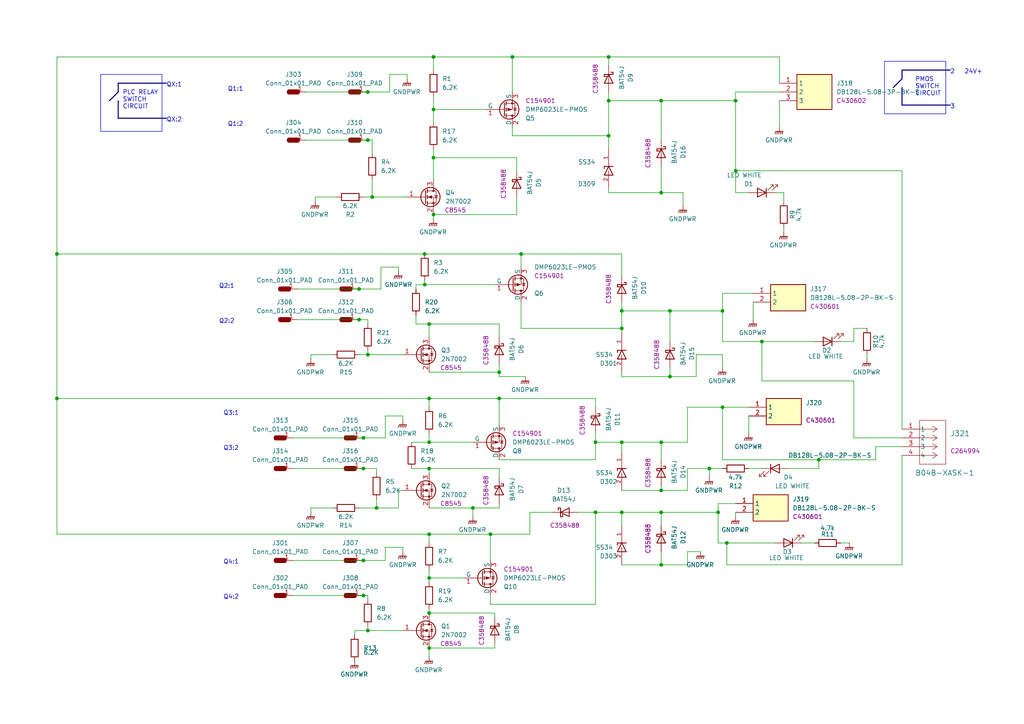
<source format=kicad_sch>
(kicad_sch (version 20230121) (generator eeschema)
  (paper "A4")
  (title_block (title "PLC OUTPUTS (P-MOS)") (rev "14.1.5") (company "Volodune LLC"))
  (lib_symbols
    (symbol "Device:LED" (pin_numbers hide) (pin_names (offset 1.016) hide)
      (property "Reference" "D" (at 0 2.54 0))
      (property "Value" "LED" (at 0 -2.54 0))
      (symbol "LED_1_1"
        (pin passive line (at -3.81 0 0) (length 2.54) (name "K") (number "1"))
        (pin passive line (at 3.81 0 180) (length 2.54) (name "A") (number "2"))
      )
    )
    (symbol "Device:R" (pin_numbers hide) (pin_names (offset 0))
      (property "Reference" "R" (at 2.032 0 90))
      (property "Value" "R" (at 0 0 90))
      (symbol "R_1_1"
        (pin passive line (at 0 3.81 270) (length 1.27) (name "~") (number "1"))
        (pin passive line (at 0 -3.81 90) (length 1.27) (name "~") (number "2"))
      )
    )
    (symbol "Diode:BAT54J" (pin_numbers hide) (pin_names (offset 1.016) hide)
      (property "Reference" "D" (at 0 2.54 0))
      (property "Value" "BAT54J" (at 0 -2.54 0))
      (symbol "BAT54J_1_1"
        (pin passive line (at -3.81 0 0) (length 2.54) (name "K") (number "1"))
        (pin passive line (at 3.81 0 180) (length 2.54) (name "A") (number "2"))
      )
    )
    (symbol "PCB_Library:1729128"
      (property "Reference" "J" (at 16.51 7.62 0))
      (property "Value" "XY128V-A-5.08-2P" (at 16.51 5.08 0))
      (property "LCSC" "C557665" (at 8.89 6.35 0))
      (symbol "1729128_1_1"
        (pin passive line (at 0 0 0) (length 5.08) (name "1") (number "1"))
        (pin passive line (at 0 -2.54 0) (length 5.08) (name "2") (number "2"))
      )
    )
    (symbol "PCB_Library:B04B-XASK-1" (pin_names (offset 0.254))
      (property "Reference" "J" (at 8.89 6.35 0))
      (property "Value" "B04B-XASK-1" (at 2.54 10.16 0))
      (property "LCSC" "C264994" (at -5.08 3.81 0))
      (symbol "B04B-XASK-1_1_1"
        (pin unspecified line (at 0 0 0) (length 5.08) (name "1") (number "1"))
        (pin unspecified line (at 0 -2.54 0) (length 5.08) (name "2") (number "2"))
        (pin unspecified line (at 0 -5.08 0) (length 5.08) (name "3") (number "3"))
        (pin unspecified line (at 0 -7.62 0) (length 5.08) (name "4") (number "4"))
      )
      (symbol "B04B-XASK-1_1_2"
        (pin unspecified line (at 0 0 0) (length 5.08) (name "1") (number "1"))
        (pin unspecified line (at 0 -2.54 0) (length 5.08) (name "2") (number "2"))
        (pin unspecified line (at 0 -5.08 0) (length 5.08) (name "3") (number "3"))
        (pin unspecified line (at 0 -7.62 0) (length 5.08) (name "4") (number "4"))
      )
    )
    (symbol "PCB_Library:Conn_01x01_PAD" (pin_names (offset 1.016) hide)
      (property "Reference" "J" (at 0 2.54 0))
      (property "Value" "Conn_01x01_PAD" (at 1.27 -3.81 0))
      (symbol "Conn_01x01_PAD_1_1"
        (pin passive line (at 5.08 0 180) (length 3.81) (name "Pin_1") (number "1"))
      )
    )
    (symbol "PCB_Library:DMP6023LE-PMOS" (pin_names (offset 0))
      (property "Reference" "Q" (at 5.08 1.27 0))
      (property "Value" "DMP6023LE-PMOS" (at 6.35 10.16 0))
      (property "LCSC" "C154901" (at -5.08 6.35 0))
      (symbol "DMP6023LE-PMOS_1_1"
        (pin input line (at -5.08 0 0) (length 2.54) (name "G") (number "1"))
        (pin passive line (at 2.54 5.08 270) (length 2.54) (name "D") (number "2"))
        (pin passive line (at 2.54 -5.08 90) (length 2.54) (name "S") (number "3"))
      )
    )
    (symbol "PCB_Library:SMBJ24A" (pin_names (offset 1.016))
      (property "Reference" "D" (at -5.0835 2.4159 0))
      (property "Value" "SMBJ24A" (at -5.0854 -4.9611 0))
      (symbol "SMBJ24A_1_0"
        (pin passive line (at -6.35 0 0) (length 5.08) (name "~") (number "1"))
        (pin passive line (at 5.08 0 180) (length 5.08) (name "~") (number "2"))
      )
    )
    (symbol "PCB_Library:XY128V-A-5.08-3P"
      (property "Reference" "J" (at 16.51 7.62 0))
      (property "Value" "XY128V-A-5.08-3P" (at 16.51 5.08 0))
      (property "LCSC" "C557666" (at 8.89 6.35 0))
      (symbol "XY128V-A-5.08-3P_1_1"
        (pin passive line (at 0 0 0) (length 5.08) (name "1") (number "1"))
        (pin passive line (at 0 -2.54 0) (length 5.08) (name "2") (number "2"))
        (pin passive line (at 0 -5.08 0) (length 5.08) (name "3") (number "3"))
      )
    )
    (symbol "Transistor_FET:2N7002" (pin_names hide)
      (property "Reference" "Q" (at 5.08 1.905 0))
      (property "Value" "2N7002" (at 5.08 0 0))
      (symbol "2N7002_1_1"
        (pin input line (at -5.08 0 0) (length 2.54) (name "G") (number "1"))
        (pin passive line (at 2.54 -5.08 90) (length 2.54) (name "S") (number "2"))
        (pin passive line (at 2.54 5.08 270) (length 2.54) (name "D") (number "3"))
      )
    )
    (symbol "power:GNDPWR" (power) (pin_names (offset 0))
      (property "Value" "GNDPWR" (at 0 -3.302 0))
      (symbol "GNDPWR_1_1"
        (pin power_in line (at 0 0 270) (length 0) hide (name "GNDPWR") (number "1"))
      )
    )
  )
  (junction (at 151.13 73.66))
  (junction (at 144.78 107.95))
  (junction (at 106.68 102.87))
  (junction (at 220.98 99.06))
  (junction (at 124.46 128.27))
  (junction (at 124.46 93.98))
  (junction (at 142.24 154.94))
  (junction (at 191.77 163.83))
  (junction (at 191.77 29.21))
  (junction (at 125.73 62.23))
  (junction (at 106.68 182.88))
  (junction (at 125.73 31.75))
  (junction (at 125.73 16.51))
  (junction (at 191.77 142.24))
  (junction (at 124.46 177.8))
  (junction (at 213.36 49.53))
  (junction (at 237.49 133.35))
  (junction (at 172.72 148.59))
  (junction (at 124.46 135.89))
  (junction (at 176.53 16.51))
  (junction (at 144.78 115.57))
  (junction (at 125.73 45.72))
  (junction (at 209.55 118.11))
  (junction (at 176.53 39.37))
  (junction (at 191.77 55.88))
  (junction (at 194.31 109.22))
  (junction (at 123.19 73.66))
  (junction (at 107.95 57.15))
  (junction (at 191.77 128.27))
  (junction (at 172.72 128.27))
  (junction (at 123.19 82.55))
  (junction (at 106.68 26.67))
  (junction (at 104.14 92.71))
  (junction (at 209.55 90.17))
  (junction (at 16.51 73.66))
  (junction (at 210.82 157.48))
  (junction (at 208.28 148.59))
  (junction (at 16.51 115.57))
  (junction (at 180.34 128.27))
  (junction (at 124.46 187.96))
  (junction (at 105.41 127))
  (junction (at 124.46 167.64))
  (junction (at 213.36 29.21))
  (junction (at 105.41 162.56))
  (junction (at 104.14 83.82))
  (junction (at 109.22 147.32))
  (junction (at 180.34 148.59))
  (junction (at 148.59 16.51))
  (junction (at 180.34 95.25))
  (junction (at 124.46 115.57))
  (junction (at 191.77 148.59))
  (junction (at 194.31 90.17))
  (junction (at 105.41 135.89))
  (junction (at 205.74 135.89))
  (junction (at 137.16 147.32))
  (junction (at 180.34 90.17))
  (junction (at 105.41 172.72))
  (junction (at 124.46 154.94))
  (junction (at 176.53 29.21))
  (junction (at 106.68 40.64))
  (wire (pts (xy 124.46 115.57) (xy 124.46 118.11)))
  (wire (pts (xy 120.65 82.55) (xy 123.19 82.55)))
  (wire (pts (xy 199.39 118.11) (xy 209.55 118.11)))
  (wire (pts (xy 209.55 85.09) (xy 209.55 90.17)))
  (bus (pts (xy 261.62 25.4) (xy 261.62 30.48)))
  (wire (pts (xy 125.73 31.75) (xy 125.73 35.56)))
  (wire (pts (xy 90.17 102.87) (xy 96.52 102.87)))
  (wire (pts (xy 191.77 128.27) (xy 191.77 133.35)))
  (wire (pts (xy 119.38 128.27) (xy 124.46 128.27)))
  (wire (pts (xy 124.46 125.73) (xy 124.46 128.27)))
  (wire (pts (xy 124.46 154.94) (xy 142.24 154.94)))
  (wire (pts (xy 198.12 55.88) (xy 191.77 55.88)))
  (wire (pts (xy 124.46 190.5) (xy 124.46 187.96)))
  (wire (pts (xy 172.72 125.73) (xy 172.72 128.27)))
  (bus (pts (xy 34.29 24.13) (xy 34.29 26.67)))
  (wire (pts (xy 247.65 99.06) (xy 247.65 95.25)))
  (wire (pts (xy 106.68 182.88) (xy 106.68 181.61)))
  (wire (pts (xy 237.49 133.35) (xy 237.49 135.89)))
  (wire (pts (xy 106.68 26.67) (xy 113.03 26.67)))
  (wire (pts (xy 120.65 91.44) (xy 120.65 93.98)))
  (wire (pts (xy 111.76 158.75) (xy 116.84 158.75)))
  (wire (pts (xy 106.68 101.6) (xy 106.68 102.87)))
  (wire (pts (xy 191.77 48.26) (xy 191.77 55.88)))
  (wire (pts (xy 209.55 102.87) (xy 209.55 106.68)))
  (wire (pts (xy 172.72 148.59) (xy 180.34 148.59)))
  (wire (pts (xy 153.67 148.59) (xy 153.67 154.94)))
  (wire (pts (xy 125.73 31.75) (xy 140.97 31.75)))
  (wire (pts (xy 143.51 177.8) (xy 143.51 179.07)))
  (wire (pts (xy 110.49 77.47) (xy 110.49 83.82)))
  (wire (pts (xy 124.46 115.57) (xy 144.78 115.57)))
  (wire (pts (xy 102.87 182.88) (xy 106.68 182.88)))
  (wire (pts (xy 86.36 83.82) (xy 104.14 83.82)))
  (wire (pts (xy 107.95 40.64) (xy 107.95 44.45)))
  (wire (pts (xy 90.17 147.32) (xy 96.52 147.32)))
  (bus (pts (xy 261.62 20.32) (xy 261.62 22.86)))
  (wire (pts (xy 191.77 148.59) (xy 191.77 152.4)))
  (wire (pts (xy 224.79 55.88) (xy 227.33 55.88)))
  (wire (pts (xy 180.34 73.66) (xy 180.34 80.01)))
  (wire (pts (xy 149.86 57.15) (xy 149.86 62.23)))
  (wire (pts (xy 213.36 148.59) (xy 213.36 149.86)))
  (wire (pts (xy 176.53 54.61) (xy 176.53 55.88)))
  (wire (pts (xy 125.73 62.23) (xy 125.73 63.5)))
  (wire (pts (xy 167.64 148.59) (xy 172.72 148.59)))
  (wire (pts (xy 201.93 102.87) (xy 201.93 109.22)))
  (wire (pts (xy 191.77 163.83) (xy 199.39 163.83)))
  (wire (pts (xy 88.9 26.67) (xy 106.68 26.67)))
  (wire (pts (xy 151.13 73.66) (xy 180.34 73.66)))
  (wire (pts (xy 109.22 144.78) (xy 109.22 147.32)))
  (wire (pts (xy 144.78 93.98) (xy 144.78 97.79)))
  (wire (pts (xy 180.34 148.59) (xy 191.77 148.59)))
  (wire (pts (xy 144.78 105.41) (xy 144.78 107.95)))
  (wire (pts (xy 205.74 135.89) (xy 209.55 135.89)))
  (wire (pts (xy 106.68 173.99) (xy 106.68 172.72)))
  (wire (pts (xy 203.2 160.02) (xy 199.39 160.02)))
  (wire (pts (xy 237.49 133.35) (xy 254 133.35)))
  (wire (pts (xy 91.44 57.15) (xy 97.79 57.15)))
  (wire (pts (xy 180.34 109.22) (xy 180.34 107.95)))
  (wire (pts (xy 144.78 146.05) (xy 144.78 147.32)))
  (wire (pts (xy 142.24 154.94) (xy 142.24 162.56)))
  (wire (pts (xy 125.73 43.18) (xy 125.73 45.72)))
  (wire (pts (xy 144.78 133.35) (xy 172.72 133.35)))
  (wire (pts (xy 124.46 187.96) (xy 143.51 187.96)))
  (wire (pts (xy 90.17 102.87) (xy 90.17 104.14)))
  (wire (pts (xy 16.51 154.94) (xy 124.46 154.94)))
  (wire (pts (xy 180.34 163.83) (xy 191.77 163.83)))
  (wire (pts (xy 106.68 182.88) (xy 116.84 182.88)))
  (wire (pts (xy 151.13 95.25) (xy 180.34 95.25)))
  (wire (pts (xy 209.55 90.17) (xy 209.55 99.06)))
  (wire (pts (xy 153.67 148.59) (xy 160.02 148.59)))
  (wire (pts (xy 106.68 172.72) (xy 105.41 172.72)))
  (wire (pts (xy 180.34 152.4) (xy 180.34 148.59)))
  (wire (pts (xy 124.46 167.64) (xy 134.62 167.64)))
  (wire (pts (xy 144.78 115.57) (xy 172.72 115.57)))
  (wire (pts (xy 124.46 107.95) (xy 144.78 107.95)))
  (bus (pts (xy 275.59 20.32) (xy 261.62 20.32)))
  (wire (pts (xy 180.34 90.17) (xy 194.31 90.17)))
  (wire (pts (xy 124.46 93.98) (xy 144.78 93.98)))
  (wire (pts (xy 208.28 148.59) (xy 208.28 157.48)))
  (wire (pts (xy 124.46 165.1) (xy 124.46 167.64)))
  (wire (pts (xy 176.53 29.21) (xy 191.77 29.21)))
  (wire (pts (xy 213.36 55.88) (xy 217.17 55.88)))
  (wire (pts (xy 116.84 142.24) (xy 115.57 142.24)))
  (bus (pts (xy 34.29 34.29) (xy 48.26 34.29)))
  (wire (pts (xy 213.36 29.21) (xy 213.36 49.53)))
  (wire (pts (xy 125.73 16.51) (xy 125.73 20.32)))
  (wire (pts (xy 125.73 27.94) (xy 125.73 31.75)))
  (wire (pts (xy 116.84 120.65) (xy 116.84 121.92)))
  (wire (pts (xy 148.59 39.37) (xy 176.53 39.37)))
  (wire (pts (xy 144.78 135.89) (xy 144.78 138.43)))
  (wire (pts (xy 105.41 57.15) (xy 107.95 57.15)))
  (wire (pts (xy 180.34 128.27) (xy 180.34 130.81)))
  (wire (pts (xy 213.36 26.67) (xy 226.06 26.67)))
  (wire (pts (xy 110.49 77.47) (xy 115.57 77.47)))
  (wire (pts (xy 102.87 184.15) (xy 102.87 182.88)))
  (wire (pts (xy 143.51 186.69) (xy 143.51 187.96)))
  (wire (pts (xy 105.41 127) (xy 111.76 127)))
  (bus (pts (xy 31.75 29.21) (xy 34.29 26.67)))
  (wire (pts (xy 106.68 40.64) (xy 107.95 40.64)))
  (wire (pts (xy 199.39 135.89) (xy 199.39 142.24)))
  (wire (pts (xy 142.24 175.26) (xy 172.72 175.26)))
  (wire (pts (xy 180.34 128.27) (xy 191.77 128.27)))
  (bus (pts (xy 48.26 24.13) (xy 34.29 24.13)))
  (wire (pts (xy 124.46 176.53) (xy 124.46 177.8)))
  (wire (pts (xy 109.22 147.32) (xy 115.57 147.32)))
  (wire (pts (xy 180.34 142.24) (xy 191.77 142.24)))
  (wire (pts (xy 226.06 29.21) (xy 226.06 36.83)))
  (wire (pts (xy 120.65 93.98) (xy 124.46 93.98)))
  (wire (pts (xy 91.44 57.15) (xy 91.44 58.42)))
  (wire (pts (xy 107.95 52.07) (xy 107.95 57.15)))
  (wire (pts (xy 125.73 45.72) (xy 125.73 52.07)))
  (wire (pts (xy 176.53 16.51) (xy 176.53 19.05)))
  (wire (pts (xy 85.09 127) (xy 105.41 127)))
  (wire (pts (xy 104.14 147.32) (xy 109.22 147.32)))
  (bus (pts (xy 34.29 29.21) (xy 34.29 34.29)))
  (wire (pts (xy 210.82 157.48) (xy 224.79 157.48)))
  (wire (pts (xy 180.34 90.17) (xy 180.34 95.25)))
  (wire (pts (xy 111.76 120.65) (xy 116.84 120.65)))
  (wire (pts (xy 106.68 92.71) (xy 106.68 93.98)))
  (wire (pts (xy 191.77 128.27) (xy 199.39 128.27)))
  (wire (pts (xy 124.46 168.91) (xy 124.46 167.64)))
  (wire (pts (xy 123.19 73.66) (xy 151.13 73.66)))
  (wire (pts (xy 16.51 73.66) (xy 16.51 115.57)))
  (wire (pts (xy 125.73 62.23) (xy 149.86 62.23)))
  (wire (pts (xy 16.51 73.66) (xy 123.19 73.66)))
  (wire (pts (xy 194.31 106.68) (xy 194.31 109.22)))
  (wire (pts (xy 199.39 128.27) (xy 199.39 118.11)))
  (wire (pts (xy 217.17 120.65) (xy 217.17 125.73)))
  (wire (pts (xy 227.33 55.88) (xy 227.33 58.42)))
  (wire (pts (xy 148.59 36.83) (xy 148.59 39.37)))
  (wire (pts (xy 213.36 49.53) (xy 261.62 49.53)))
  (wire (pts (xy 176.53 55.88) (xy 191.77 55.88)))
  (wire (pts (xy 123.19 82.55) (xy 143.51 82.55)))
  (wire (pts (xy 115.57 142.24) (xy 115.57 147.32)))
  (wire (pts (xy 124.46 93.98) (xy 124.46 97.79)))
  (wire (pts (xy 199.39 135.89) (xy 205.74 135.89)))
  (wire (pts (xy 116.84 158.75) (xy 116.84 160.02)))
  (wire (pts (xy 176.53 29.21) (xy 176.53 39.37)))
  (wire (pts (xy 198.12 55.88) (xy 198.12 59.69)))
  (wire (pts (xy 213.36 26.67) (xy 213.36 29.21)))
  (wire (pts (xy 194.31 90.17) (xy 194.31 99.06)))
  (wire (pts (xy 172.72 115.57) (xy 172.72 118.11)))
  (wire (pts (xy 180.34 95.25) (xy 180.34 96.52)))
  (wire (pts (xy 201.93 102.87) (xy 209.55 102.87)))
  (wire (pts (xy 232.41 157.48) (xy 236.22 157.48)))
  (wire (pts (xy 124.46 154.94) (xy 124.46 157.48)))
  (wire (pts (xy 227.33 66.04) (xy 227.33 67.31)))
  (wire (pts (xy 137.16 147.32) (xy 137.16 149.86)))
  (wire (pts (xy 172.72 128.27) (xy 180.34 128.27)))
  (wire (pts (xy 180.34 87.63) (xy 180.34 90.17)))
  (wire (pts (xy 125.73 45.72) (xy 149.86 45.72)))
  (wire (pts (xy 151.13 87.63) (xy 151.13 95.25)))
  (wire (pts (xy 210.82 163.83) (xy 261.62 163.83)))
  (wire (pts (xy 176.53 39.37) (xy 176.53 43.18)))
  (wire (pts (xy 194.31 109.22) (xy 201.93 109.22)))
  (wire (pts (xy 148.59 16.51) (xy 148.59 26.67)))
  (wire (pts (xy 172.72 128.27) (xy 172.72 133.35)))
  (wire (pts (xy 148.59 16.51) (xy 176.53 16.51)))
  (wire (pts (xy 124.46 135.89) (xy 144.78 135.89)))
  (wire (pts (xy 209.55 118.11) (xy 217.17 118.11)))
  (wire (pts (xy 124.46 128.27) (xy 137.16 128.27)))
  (wire (pts (xy 208.28 146.05) (xy 208.28 148.59)))
  (wire (pts (xy 86.36 92.71) (xy 104.14 92.71)))
  (wire (pts (xy 105.41 162.56) (xy 111.76 162.56)))
  (wire (pts (xy 247.65 110.49) (xy 247.65 127)))
  (wire (pts (xy 85.09 162.56) (xy 105.41 162.56)))
  (wire (pts (xy 125.73 16.51) (xy 148.59 16.51)))
  (wire (pts (xy 247.65 95.25) (xy 251.46 95.25)))
  (wire (pts (xy 111.76 120.65) (xy 111.76 127)))
  (wire (pts (xy 205.74 138.43) (xy 205.74 135.89)))
  (wire (pts (xy 237.49 135.89) (xy 228.6 135.89)))
  (wire (pts (xy 16.51 115.57) (xy 16.51 154.94)))
  (wire (pts (xy 124.46 135.89) (xy 124.46 137.16)))
  (wire (pts (xy 109.22 137.16) (xy 109.22 135.89)))
  (wire (pts (xy 172.72 148.59) (xy 172.72 175.26)))
  (wire (pts (xy 176.53 26.67) (xy 176.53 29.21)))
  (wire (pts (xy 191.77 29.21) (xy 191.77 40.64)))
  (wire (pts (xy 199.39 160.02) (xy 199.39 163.83)))
  (wire (pts (xy 16.51 115.57) (xy 124.46 115.57)))
  (wire (pts (xy 220.98 110.49) (xy 247.65 110.49)))
  (wire (pts (xy 119.38 135.89) (xy 124.46 135.89)))
  (wire (pts (xy 123.19 81.28) (xy 123.19 82.55)))
  (wire (pts (xy 90.17 147.32) (xy 90.17 148.59)))
  (wire (pts (xy 191.77 142.24) (xy 199.39 142.24)))
  (bus (pts (xy 259.08 25.4) (xy 261.62 22.86)))
  (wire (pts (xy 208.28 146.05) (xy 213.36 146.05)))
  (wire (pts (xy 208.28 157.48) (xy 210.82 157.48)))
  (wire (pts (xy 243.84 157.48) (xy 246.38 157.48)))
  (wire (pts (xy 191.77 148.59) (xy 208.28 148.59)))
  (wire (pts (xy 144.78 109.22) (xy 144.78 107.95)))
  (wire (pts (xy 261.62 132.08) (xy 261.62 163.83)))
  (wire (pts (xy 152.4 109.22) (xy 144.78 109.22)))
  (wire (pts (xy 226.06 16.51) (xy 226.06 24.13)))
  (wire (pts (xy 16.51 16.51) (xy 125.73 16.51)))
  (wire (pts (xy 191.77 29.21) (xy 213.36 29.21)))
  (wire (pts (xy 254 129.54) (xy 254 133.35)))
  (wire (pts (xy 109.22 135.89) (xy 105.41 135.89)))
  (wire (pts (xy 85.09 172.72) (xy 105.41 172.72)))
  (wire (pts (xy 104.14 102.87) (xy 106.68 102.87)))
  (wire (pts (xy 220.98 99.06) (xy 236.22 99.06)))
  (wire (pts (xy 213.36 49.53) (xy 213.36 55.88)))
  (wire (pts (xy 149.86 45.72) (xy 149.86 49.53)))
  (wire (pts (xy 209.55 99.06) (xy 220.98 99.06)))
  (wire (pts (xy 218.44 87.63) (xy 218.44 92.71)))
  (wire (pts (xy 142.24 154.94) (xy 153.67 154.94)))
  (wire (pts (xy 107.95 57.15) (xy 118.11 57.15)))
  (wire (pts (xy 176.53 16.51) (xy 226.06 16.51)))
  (wire (pts (xy 220.98 135.89) (xy 217.17 135.89)))
  (wire (pts (xy 124.46 177.8) (xy 143.51 177.8)))
  (wire (pts (xy 144.78 115.57) (xy 144.78 123.19)))
  (wire (pts (xy 220.98 99.06) (xy 220.98 110.49)))
  (wire (pts (xy 118.11 21.59) (xy 118.11 22.86)))
  (wire (pts (xy 209.55 85.09) (xy 218.44 85.09)))
  (wire (pts (xy 209.55 118.11) (xy 209.55 133.35)))
  (wire (pts (xy 251.46 102.87) (xy 251.46 104.14)))
  (wire (pts (xy 85.09 135.89) (xy 105.41 135.89)))
  (wire (pts (xy 115.57 77.47) (xy 115.57 78.74)))
  (wire (pts (xy 113.03 21.59) (xy 118.11 21.59)))
  (wire (pts (xy 104.14 83.82) (xy 110.49 83.82)))
  (wire (pts (xy 137.16 147.32) (xy 124.46 147.32)))
  (wire (pts (xy 243.84 99.06) (xy 247.65 99.06)))
  (wire (pts (xy 16.51 16.51) (xy 16.51 73.66)))
  (wire (pts (xy 142.24 172.72) (xy 142.24 175.26)))
  (bus (pts (xy 261.62 30.48) (xy 275.59 30.48)))
  (wire (pts (xy 247.65 127) (xy 261.62 127)))
  (wire (pts (xy 120.65 82.55) (xy 120.65 83.82)))
  (wire (pts (xy 191.77 160.02) (xy 191.77 163.83)))
  (wire (pts (xy 194.31 90.17) (xy 209.55 90.17)))
  (wire (pts (xy 113.03 21.59) (xy 113.03 26.67)))
  (wire (pts (xy 254 129.54) (xy 261.62 129.54)))
  (wire (pts (xy 88.9 40.64) (xy 106.68 40.64)))
  (wire (pts (xy 180.34 109.22) (xy 194.31 109.22)))
  (wire (pts (xy 111.76 158.75) (xy 111.76 162.56)))
  (wire (pts (xy 209.55 133.35) (xy 237.49 133.35)))
  (wire (pts (xy 191.77 140.97) (xy 191.77 142.24)))
  (wire (pts (xy 106.68 102.87) (xy 116.84 102.87)))
  (wire (pts (xy 151.13 73.66) (xy 151.13 77.47)))
  (wire (pts (xy 261.62 49.53) (xy 261.62 124.46)))
  (wire (pts (xy 210.82 157.48) (xy 210.82 163.83)))
  (wire (pts (xy 137.16 147.32) (xy 144.78 147.32)))
  (wire (pts (xy 104.14 92.71) (xy 106.68 92.71)))
  (rectangle (start 29.21 21.59) (end 46.99 38.1))
  (rectangle (start 256.54 17.78) (end 274.32 33.02))
  (text "Q4:1" (at 64.77 163.83 0) (effects (font (size 1.27 1.27)) (justify left bottom)))
  (text "Q4:2" (at 64.77 173.99 0) (effects (font (size 1.27 1.27)) (justify left bottom)))
  (text "Q3:1" (at 64.77 120.65 0) (effects (font (size 1.27 1.27)) (justify left bottom)))
  (text "2   24V+\n" (at 275.59 21.59 0) (effects (font (size 1.27 1.27)) (justify left bottom)))
  (text "PMOS\nSWITCH\nCIRCUIT" (at 265.43 27.94 0) (effects (font (size 1.27 1.27)) (justify left bottom)))
  (text "QX:2" (at 48.26 35.56 0) (effects (font (size 1.27 1.27)) (justify left bottom)))
  (text "PLC RELAY\nSWITCH\nCIRCUIT" (at 35.56 31.75 0) (effects (font (size 1.27 1.27)) (justify left bottom)))
  (text "3\n" (at 275.59 31.75 0) (effects (font (size 1.27 1.27)) (justify left bottom)))
  (text "Q2:1" (at 63.5 83.82 0) (effects (font (size 1.27 1.27)) (justify left bottom)))
  (text "Q1:2" (at 66.04 36.83 0) (effects (font (size 1.27 1.27)) (justify left bottom)))
  (text "Q2:2" (at 63.5 93.98 0) (effects (font (size 1.27 1.27)) (justify left bottom)))
  (text "Q3:2" (at 64.77 130.81 0) (effects (font (size 1.27 1.27)) (justify left bottom)))
  (text "QX:1" (at 48.26 25.4 0) (effects (font (size 1.27 1.27)) (justify left bottom)))
  (text "Q1:1" (at 66.04 26.67 0) (effects (font (size 1.27 1.27)) (justify left bottom)))
  (symbol (lib_id "PCB_Library:Conn_01x01_PAD") (at 80.01 172.72 0) (unit 1)
    (property "Reference" "J302" (at 81.28 167.64 0))
    (property "Value" "Conn_01x01_PAD" (at 81.28 170.18 0))
    (property "Footprint" "PCB_Library:Conn_pin_PLC" (effects hide))
  )
  (symbol (lib_id "PCB_Library:Conn_01x01_PAD") (at 100.33 127 0) (unit 1)
    (property "Reference" "J315" (at 101.6 121.92 0))
    (property "Value" "Conn_01x01_PAD" (at 101.6 124.46 0))
    (property "Footprint" "PCB_Library:Conn_pin_PLC" (effects hide))
  )
  (symbol (lib_id "Diode:BAT54J") (at 176.53 22.86 270) (unit 1)
    (property "Reference" "D9" (at 182.88 22.5425 0))
    (property "Value" "BAT54J" (at 180.34 22.5425 0))
    (property "Footprint" "Diode_SMD:D_SOD-323F" (effects hide))
    (property "Datasheet" "https://jlcpcb.com/partdetail/Foshan_Blue_RocketElec-BAT54J/C358488" (effects hide))
    (property "LCSC" "C358488" (at 172.72 22.86 0))
  )
  (symbol (lib_id "PCB_Library:DMP6023LE-PMOS") (at 142.24 128.27 0) (mirror x) (unit 1)
    (property "Reference" "Q8" (at 148.59 130.81 0) (effects (justify left)))
    (property "Value" "DMP6023LE-PMOS" (at 148.59 128.27 0) (effects (justify left)))
    (property "Footprint" "PCB_Library:SOT-223 DMP6023LE" (effects hide))
    (property "Datasheet" "https://ngspice.sourceforge.io/docs/ngspice-html-manual/manual.xhtml#cha_MOSFETs" (effects hide))
    (property "Sim.Device" "PMOS" (effects hide))
    (property "Sim.Type" "VDMOS" (effects hide))
    (property "Sim.Pins" "1=D 2=G 3=S" (effects hide))
    (property "LCSC" "C154901" (at 148.59 125.73 0) (effects (justify left)))
  )
  (symbol (lib_id "power:GNDPWR") (at 137.16 149.86 0) (unit 1)
    (property "Reference" "#PWR012" (effects hide))
    (property "Value" "GNDPWR" (at 137.033 153.67 0))
  )
  (symbol (lib_id "PCB_Library:XY128V-A-5.08-3P") (at 226.06 24.13 0) (unit 1)
    (property "Reference" "J318" (at 242.57 24.13 0) (effects (justify left)))
    (property "Value" "DB128L-5.08-3P-BK-S" (at 242.57 26.67 0) (effects (justify left)))
    (property "Footprint" "PCB_Library:XY128V-A-5.08-3P" (effects hide))
    (property "Datasheet" "https://jlcpcb.com/partdetail/Dorabo-DB128L_5_08_3P_BKS/C430602" (effects hide))
    (property "Height" "10.15" (effects hide))
    (property "LCSC" "C430602" (at 242.57 29.21 0) (effects (justify left)))
  )
  (symbol (lib_id "power:GNDPWR") (at 152.4 109.22 0) (unit 1)
    (property "Reference" "#PWR014" (effects hide))
    (property "Value" "GNDPWR" (at 152.273 113.03 0))
  )
  (symbol (lib_id "Device:LED") (at 228.6 157.48 180) (unit 1)
    (property "Reference" "D3" (at 228.346 160.02 0))
    (property "Value" "LED WHITE" (at 228.092 161.798 0))
    (property "Footprint" "LED_SMD:LED_0603_1608Metric" (effects hide))
    (property "Datasheet" "https://datasheet.lcsc.com/lcsc/1809041711_Hubei-KENTO-Elec-C2290_C2290.pdf" (effects hide))
    (property "LCSC" "C2290" (effects hide))
    (property "MAX_TEMP" "85 C" (effects hide))
  )
  (symbol (lib_id "PCB_Library:Conn_01x01_PAD") (at 100.33 135.89 0) (unit 1)
    (property "Reference" "J316" (at 101.6 130.81 0))
    (property "Value" "Conn_01x01_PAD" (at 101.6 133.35 0))
    (property "Footprint" "PCB_Library:Conn_pin_PLC" (effects hide))
  )
  (symbol (lib_id "PCB_Library:Conn_01x01_PAD") (at 83.82 26.67 0) (unit 1)
    (property "Reference" "J303" (at 85.09 21.59 0))
    (property "Value" "Conn_01x01_PAD" (at 85.09 24.13 0))
    (property "Footprint" "PCB_Library:Conn_pin_PLC" (effects hide))
  )
  (symbol (lib_id "Diode:BAT54J") (at 180.34 83.82 270) (unit 1)
    (property "Reference" "D10" (at 186.69 83.5025 0))
    (property "Value" "BAT54J" (at 184.15 83.5025 0))
    (property "Footprint" "Diode_SMD:D_SOD-323F" (effects hide))
    (property "Datasheet" "https://jlcpcb.com/partdetail/Foshan_Blue_RocketElec-BAT54J/C358488" (effects hide))
    (property "LCSC" "C358488" (at 176.53 83.82 0))
  )
  (symbol (lib_id "PCB_Library:Conn_01x01_PAD") (at 101.6 40.64 0) (unit 1)
    (property "Reference" "J310" (at 102.87 35.56 0))
    (property "Value" "Conn_01x01_PAD" (at 102.87 38.1 0))
    (property "Footprint" "PCB_Library:Conn_pin_PLC" (effects hide))
  )
  (symbol (lib_id "power:GNDPWR") (at 118.11 22.86 0) (unit 1)
    (property "Reference" "#PWR01" (effects hide))
    (property "Value" "GNDPWR" (at 117.983 26.67 0))
  )
  (symbol (lib_id "PCB_Library:Conn_01x01_PAD") (at 101.6 26.67 0) (unit 1)
    (property "Reference" "J309" (at 102.87 21.59 0))
    (property "Value" "Conn_01x01_PAD" (at 102.87 24.13 0))
    (property "Footprint" "PCB_Library:Conn_pin_PLC" (effects hide))
  )
  (symbol (lib_id "Diode:BAT54J") (at 144.78 101.6 270) (unit 1)
    (property "Reference" "D6" (at 151.13 101.2825 0))
    (property "Value" "BAT54J" (at 148.59 101.2825 0))
    (property "Footprint" "Diode_SMD:D_SOD-323F" (effects hide))
    (property "Datasheet" "https://jlcpcb.com/partdetail/Foshan_Blue_RocketElec-BAT54J/C358488" (effects hide))
    (property "LCSC" "C358488" (at 140.97 101.6 0))
  )
  (symbol (lib_id "Device:R") (at 227.33 62.23 180) (unit 1)
    (property "Reference" "R9" (at 229.87 62.23 90))
    (property "Value" "4.7k" (at 231.648 62.23 90))
    (property "Footprint" "Resistor_SMD:R_0603_1608Metric" (effects hide))
    (property "Datasheet" "https://datasheet.lcsc.com/lcsc/2206010145_UNI-ROYAL-Uniroyal-Elec-1206W4F4701T5E_C17936.pdf" (effects hide))
    (property "LCSC" "C88615" (effects hide))
    (property "MAX_TEMP" "125 C" (effects hide))
  )
  (symbol (lib_id "power:GNDPWR") (at 90.17 148.59 0) (unit 1)
    (property "Reference" "#PWR011" (effects hide))
    (property "Value" "GNDPWR" (at 90.043 152.4 0))
  )
  (symbol (lib_id "power:GNDPWR") (at 116.84 160.02 0) (unit 1)
    (property "Reference" "#PWR04" (effects hide))
    (property "Value" "GNDPWR" (at 116.84 163.83 0))
  )
  (symbol (lib_id "Device:R") (at 119.38 132.08 0) (unit 1)
    (property "Reference" "R18" (at 121.92 130.81 0) (effects (justify left)))
    (property "Value" "6.2K" (at 121.92 133.35 0) (effects (justify left)))
    (property "Footprint" "Resistor_SMD:R_0603_1608Metric" (effects hide))
    (property "Datasheet" "https://jlcpcb.com/partdetail/4667-0603WAF6201T5E/C4260" (effects hide))
    (property "LCSC" "C4260" (effects hide))
    (property "MAX_TEMP" "155 C" (effects hide))
  )
  (symbol (lib_id "power:GNDPWR") (at 218.44 92.71 0) (unit 1)
    (property "Reference" "#PWR019" (effects hide))
    (property "Value" "GNDPWR" (at 218.313 96.52 0))
  )
  (symbol (lib_id "PCB_Library:Conn_01x01_PAD") (at 81.28 92.71 0) (unit 1)
    (property "Reference" "J306" (at 82.55 87.63 0))
    (property "Value" "Conn_01x01_PAD" (at 82.55 90.17 0))
    (property "Footprint" "PCB_Library:Conn_pin_PLC" (effects hide))
  )
  (symbol (lib_id "Device:R") (at 109.22 140.97 0) (unit 1)
    (property "Reference" "R5" (at 111.76 139.7 0) (effects (justify left)))
    (property "Value" "6.2K" (at 111.76 142.24 0) (effects (justify left)))
    (property "Footprint" "Resistor_SMD:R_0603_1608Metric" (effects hide))
    (property "Datasheet" "https://jlcpcb.com/partdetail/4667-0603WAF6201T5E/C4260" (effects hide))
    (property "LCSC" "C4260" (effects hide))
    (property "MAX_TEMP" "155 C" (effects hide))
  )
  (symbol (lib_id "PCB_Library:Conn_01x01_PAD") (at 80.01 162.56 0) (unit 1)
    (property "Reference" "J301" (at 81.28 157.48 0))
    (property "Value" "Conn_01x01_PAD" (at 81.28 160.02 0))
    (property "Footprint" "PCB_Library:Conn_pin_PLC" (effects hide))
  )
  (symbol (lib_id "Device:LED") (at 220.98 55.88 180) (unit 1)
    (property "Reference" "D1" (at 217.17 53.34 0))
    (property "Value" "LED WHITE" (at 215.9 50.8 0))
    (property "Footprint" "LED_SMD:LED_0603_1608Metric" (effects hide))
    (property "Datasheet" "https://datasheet.lcsc.com/lcsc/1809041711_Hubei-KENTO-Elec-C2290_C2290.pdf" (effects hide))
    (property "LCSC" "C2290" (effects hide))
    (property "MAX_TEMP" "85 C" (effects hide))
  )
  (symbol (lib_id "power:GNDPWR") (at 209.55 106.68 0) (unit 1)
    (property "Reference" "#PWR05" (effects hide))
    (property "Value" "GNDPWR" (at 209.423 110.49 0))
  )
  (symbol (lib_id "power:GNDPWR") (at 102.87 191.77 0) (unit 1)
    (property "Reference" "#PWR010" (effects hide))
    (property "Value" "GNDPWR" (at 102.743 195.58 0))
  )
  (symbol (lib_id "PCB_Library:SMBJ24A") (at 176.53 49.53 270) (unit 1)
    (property "Reference" "D309" (at 172.72 53.34 90) (effects (justify right)))
    (property "Value" "SS34" (at 172.72 46.99 90) (effects (justify right)))
    (property "Footprint" "Diode_SMD:D_SMA" (effects hide))
    (property "Datasheet" "https://jlcpcb.com/partdetail/mdd_microdiode_semiconductor-SS34/C8678" (effects hide))
    (property "STANDARD" "IPC-7351B" (effects hide))
    (property "LCSC" "C8678" (effects hide))
  )
  (symbol (lib_id "power:GNDPWR") (at 124.46 190.5 0) (unit 1)
    (property "Reference" "#PWR09" (effects hide))
    (property "Value" "GNDPWR" (at 124.333 194.31 0))
  )
  (symbol (lib_id "Device:R") (at 102.87 187.96 0) (unit 1)
    (property "Reference" "R13" (at 105.41 187.96 0) (effects (justify left)))
    (property "Value" "6.2K" (at 105.41 189.23 0) (effects (justify left)))
    (property "Footprint" "Resistor_SMD:R_0603_1608Metric" (effects hide))
    (property "Datasheet" "https://jlcpcb.com/partdetail/4667-0603WAF6201T5E/C4260" (effects hide))
    (property "LCSC" "C4260" (effects hide))
    (property "MAX_TEMP" "155 C" (effects hide))
  )
  (symbol (lib_id "PCB_Library:Conn_01x01_PAD") (at 81.28 83.82 0) (unit 1)
    (property "Reference" "J305" (at 82.55 78.74 0))
    (property "Value" "Conn_01x01_PAD" (at 82.55 81.28 0))
    (property "Footprint" "PCB_Library:Conn_pin_PLC" (effects hide))
  )
  (symbol (lib_id "Device:R") (at 213.36 135.89 270) (unit 1)
    (property "Reference" "R12" (at 213.36 140.97 90))
    (property "Value" "4.7k" (at 213.36 138.43 90))
    (property "Footprint" "Resistor_SMD:R_0603_1608Metric" (effects hide))
    (property "Datasheet" "https://datasheet.lcsc.com/lcsc/2206010145_UNI-ROYAL-Uniroyal-Elec-1206W4F4701T5E_C17936.pdf" (effects hide))
    (property "LCSC" "C88615" (effects hide))
    (property "MAX_TEMP" "125 C" (effects hide))
  )
  (symbol (lib_id "power:GNDPWR") (at 217.17 125.73 0) (unit 1)
    (property "Reference" "#PWR017" (effects hide))
    (property "Value" "GNDPWR" (at 217.043 129.54 0))
  )
  (symbol (lib_id "PCB_Library:1729128") (at 217.17 118.11 0) (unit 1)
    (property "Reference" "J320" (at 233.68 116.84 0) (effects (justify left)))
    (property "Value" "DB128L-5.08-2P-BK-S" (at 228.6 132.08 0) (effects (justify left)))
    (property "Footprint" "PCB_Library:1729128" (effects hide))
    (property "Datasheet" "https://jlcpcb.com/partdetail/Dorabo-DB128L_5_08_2P_BKS/C430601" (effects hide))
    (property "Height" "10.15" (effects hide))
    (property "Mouser Part Number" "651-1729128" (effects hide))
    (property "LCSC" "C430601" (at 233.68 121.92 0) (effects (justify left)))
  )
  (symbol (lib_id "PCB_Library:Conn_01x01_PAD") (at 99.06 92.71 0) (unit 1)
    (property "Reference" "J312" (at 100.33 87.63 0))
    (property "Value" "Conn_01x01_PAD" (at 100.33 90.17 0))
    (property "Footprint" "PCB_Library:Conn_pin_PLC" (effects hide))
  )
  (symbol (lib_id "Device:R") (at 100.33 102.87 90) (unit 1)
    (property "Reference" "R15" (at 100.33 107.95 90))
    (property "Value" "6.2K" (at 100.33 105.41 90))
    (property "Footprint" "Resistor_SMD:R_0603_1608Metric" (effects hide))
    (property "Datasheet" "https://jlcpcb.com/partdetail/4667-0603WAF6201T5E/C4260" (effects hide))
    (property "LCSC" "C4260" (effects hide))
    (property "MAX_TEMP" "155 C" (effects hide))
  )
  (symbol (lib_id "Device:R") (at 124.46 161.29 180) (unit 1)
    (property "Reference" "R7" (at 127 160.02 0) (effects (justify right)))
    (property "Value" "6.2K" (at 127 162.56 0) (effects (justify right)))
    (property "Footprint" "Resistor_SMD:R_0603_1608Metric" (effects hide))
    (property "Datasheet" "https://jlcpcb.com/partdetail/4667-0603WAF6201T5E/C4260" (effects hide))
    (property "LCSC" "C4260" (effects hide))
    (property "MAX_TEMP" "155 C" (effects hide))
  )
  (symbol (lib_id "Device:R") (at 123.19 77.47 180) (unit 1)
    (property "Reference" "R3" (at 125.73 76.2 0) (effects (justify right)))
    (property "Value" "6.2K" (at 125.73 78.74 0) (effects (justify right)))
    (property "Footprint" "Resistor_SMD:R_0603_1608Metric" (effects hide))
    (property "Datasheet" "https://jlcpcb.com/partdetail/4667-0603WAF6201T5E/C4260" (effects hide))
    (property "LCSC" "C4260" (effects hide))
    (property "MAX_TEMP" "155 C" (effects hide))
  )
  (symbol (lib_id "PCB_Library:DMP6023LE-PMOS") (at 146.05 31.75 0) (mirror x) (unit 1)
    (property "Reference" "Q5" (at 152.4 34.29 0) (effects (justify left)))
    (property "Value" "DMP6023LE-PMOS" (at 152.4 31.75 0) (effects (justify left)))
    (property "Footprint" "PCB_Library:SOT-223 DMP6023LE" (effects hide))
    (property "Datasheet" "https://ngspice.sourceforge.io/docs/ngspice-html-manual/manual.xhtml#cha_MOSFETs" (effects hide))
    (property "Sim.Device" "PMOS" (effects hide))
    (property "Sim.Type" "VDMOS" (effects hide))
    (property "Sim.Pins" "1=D 2=G 3=S" (effects hide))
    (property "LCSC" "C154901" (at 152.4 29.21 0) (effects (justify left)))
  )
  (symbol (lib_id "PCB_Library:SMBJ24A") (at 180.34 102.87 270) (unit 1)
    (property "Reference" "D301" (at 179.07 105.41 90) (effects (justify right)))
    (property "Value" "SS34" (at 177.8 102.87 90) (effects (justify right)))
    (property "Footprint" "Diode_SMD:D_SMA" (effects hide))
    (property "Datasheet" "https://jlcpcb.com/partdetail/mdd_microdiode_semiconductor-SS34/C8678" (effects hide))
    (property "STANDARD" "IPC-7351B" (effects hide))
    (property "LCSC" "C8678" (effects hide))
  )
  (symbol (lib_id "PCB_Library:Conn_01x01_PAD") (at 100.33 162.56 0) (unit 1)
    (property "Reference" "J307" (at 101.6 157.48 0))
    (property "Value" "Conn_01x01_PAD" (at 101.6 160.02 0))
    (property "Footprint" "PCB_Library:Conn_pin_PLC" (effects hide))
  )
  (symbol (lib_id "PCB_Library:B04B-XASK-1") (at 261.62 124.46 0) (unit 1)
    (property "Reference" "J321" (at 275.59 125.73 0) (effects (font (size 1.524 1.524)) (justify left)))
    (property "Value" "B04B-XASK-1" (at 265.43 137.16 0) (effects (font (size 1.524 1.524)) (justify left)))
    (property "Footprint" "PCB_Library:CONN_B04B-XASK-1_JST" (effects hide))
    (property "Datasheet" "B04B-XASK-1" (effects hide))
    (property "LCSC" "C264994" (at 275.59 130.81 0) (effects (justify left)))
  )
  (symbol (lib_id "Device:R") (at 124.46 172.72 0) (unit 1)
    (property "Reference" "R19" (at 127 171.45 0) (effects (justify left)))
    (property "Value" "6.2K" (at 127 173.99 0) (effects (justify left)))
    (property "Footprint" "Resistor_SMD:R_0603_1608Metric" (effects hide))
    (property "Datasheet" "https://jlcpcb.com/partdetail/4667-0603WAF6201T5E/C4260" (effects hide))
    (property "LCSC" "C4260" (effects hide))
    (property "MAX_TEMP" "155 C" (effects hide))
  )
  (symbol (lib_id "power:GNDPWR") (at 205.74 138.43 0) (unit 1)
    (property "Reference" "#PWR0303" (effects hide))
    (property "Value" "GNDPWR" (at 205.613 142.24 0))
  )
  (symbol (lib_id "Transistor_FET:2N7002") (at 121.92 182.88 0) (unit 1)
    (property "Reference" "Q1" (at 127.889 181.6099 0) (effects (justify left)))
    (property "Value" "2N7002" (at 127.889 184.1499 0) (effects (justify left)))
    (property "Footprint" "Package_TO_SOT_SMD:SOT-23" (effects hide))
    (property "Datasheet" "https://www.onsemi.com/pub/Collateral/NDS7002A-D.PDF" (effects hide))
    (property "LCSC" "C8545" (at 130.81 186.69 0))
    (property "MAX_TEMP" "150 C" (effects hide))
  )
  (symbol (lib_id "Device:R") (at 107.95 48.26 0) (unit 1)
    (property "Reference" "R4" (at 110.49 46.99 0) (effects (justify left)))
    (property "Value" "6.2K" (at 110.49 49.53 0) (effects (justify left)))
    (property "Footprint" "Resistor_SMD:R_0603_1608Metric" (effects hide))
    (property "Datasheet" "https://jlcpcb.com/partdetail/4667-0603WAF6201T5E/C4260" (effects hide))
    (property "LCSC" "C4260" (effects hide))
    (property "MAX_TEMP" "155 C" (effects hide))
  )
  (symbol (lib_id "Device:LED") (at 224.79 135.89 0) (unit 1)
    (property "Reference" "D4" (at 228.6 138.43 0))
    (property "Value" "LED WHITE" (at 229.87 140.97 0))
    (property "Footprint" "LED_SMD:LED_0603_1608Metric" (effects hide))
    (property "Datasheet" "https://datasheet.lcsc.com/lcsc/1809041711_Hubei-KENTO-Elec-C2290_C2290.pdf" (effects hide))
    (property "LCSC" "C2290" (effects hide))
    (property "MAX_TEMP" "85 C" (effects hide))
  )
  (symbol (lib_id "Diode:BAT54J") (at 144.78 142.24 270) (unit 1)
    (property "Reference" "D7" (at 151.13 141.9225 0))
    (property "Value" "BAT54J" (at 148.59 141.9225 0))
    (property "Footprint" "Diode_SMD:D_SOD-323F" (effects hide))
    (property "Datasheet" "https://jlcpcb.com/partdetail/Foshan_Blue_RocketElec-BAT54J/C358488" (effects hide))
    (property "LCSC" "C358488" (at 140.97 142.24 0))
  )
  (symbol (lib_id "power:GNDPWR") (at 115.57 78.74 0) (unit 1)
    (property "Reference" "#PWR02" (effects hide))
    (property "Value" "GNDPWR" (at 115.57 82.55 0))
  )
  (symbol (lib_id "power:GNDPWR") (at 246.38 157.48 0) (unit 1)
    (property "Reference" "#PWR08" (effects hide))
    (property "Value" "GNDPWR" (at 246.253 161.29 0))
  )
  (symbol (lib_id "Diode:BAT54J") (at 191.77 137.16 270) (unit 1)
    (property "Reference" "D14" (at 198.12 136.8425 0))
    (property "Value" "BAT54J" (at 195.58 136.8425 0))
    (property "Footprint" "Diode_SMD:D_SOD-323F" (effects hide))
    (property "Datasheet" "https://jlcpcb.com/partdetail/Foshan_Blue_RocketElec-BAT54J/C358488" (effects hide))
    (property "LCSC" "C358488" (at 187.96 137.16 0))
  )
  (symbol (lib_id "Device:R") (at 240.03 157.48 270) (unit 1)
    (property "Reference" "R11" (at 240.03 154.94 90))
    (property "Value" "4.7k" (at 240.03 153.162 90))
    (property "Footprint" "Resistor_SMD:R_0603_1608Metric" (effects hide))
    (property "Datasheet" "https://datasheet.lcsc.com/lcsc/2206010145_UNI-ROYAL-Uniroyal-Elec-1206W4F4701T5E_C17936.pdf" (effects hide))
    (property "LCSC" "C88615" (effects hide))
    (property "MAX_TEMP" "125 C" (effects hide))
  )
  (symbol (lib_id "PCB_Library:1729128") (at 213.36 146.05 0) (unit 1)
    (property "Reference" "J319" (at 229.87 144.78 0) (effects (justify left)))
    (property "Value" "DB128L-5.08-2P-BK-S" (at 229.87 147.32 0) (effects (justify left)))
    (property "Footprint" "PCB_Library:1729128" (effects hide))
    (property "Datasheet" "https://jlcpcb.com/partdetail/Dorabo-DB128L_5_08_2P_BKS/C430601" (effects hide))
    (property "Height" "10.15" (effects hide))
    (property "Mouser Part Number" "651-1729128" (effects hide))
    (property "LCSC" "C430601" (at 229.87 149.86 0) (effects (justify left)))
  )
  (symbol (lib_id "Device:R") (at 251.46 99.06 180) (unit 1)
    (property "Reference" "R10" (at 254 99.06 90))
    (property "Value" "4.7k" (at 255.778 99.06 90))
    (property "Footprint" "Resistor_SMD:R_0603_1608Metric" (effects hide))
    (property "Datasheet" "https://datasheet.lcsc.com/lcsc/2206010145_UNI-ROYAL-Uniroyal-Elec-1206W4F4701T5E_C17936.pdf" (effects hide))
    (property "LCSC" "C88615" (effects hide))
    (property "MAX_TEMP" "125 C" (effects hide))
  )
  (symbol (lib_id "power:GNDPWR") (at 198.12 59.69 0) (unit 1)
    (property "Reference" "#PWR0304" (effects hide))
    (property "Value" "GNDPWR" (at 197.993 63.5 0))
  )
  (symbol (lib_id "Device:R") (at 100.33 147.32 90) (unit 1)
    (property "Reference" "R14" (at 100.33 152.4 90))
    (property "Value" "6.2K" (at 100.33 149.86 90))
    (property "Footprint" "Resistor_SMD:R_0603_1608Metric" (effects hide))
    (property "Datasheet" "https://jlcpcb.com/partdetail/4667-0603WAF6201T5E/C4260" (effects hide))
    (property "LCSC" "C4260" (effects hide))
    (property "MAX_TEMP" "155 C" (effects hide))
  )
  (symbol (lib_id "PCB_Library:1729128") (at 218.44 85.09 0) (unit 1)
    (property "Reference" "J317" (at 234.95 83.82 0) (effects (justify left)))
    (property "Value" "DB128L-5.08-2P-BK-S" (at 234.95 86.36 0) (effects (justify left)))
    (property "Footprint" "PCB_Library:1729128" (effects hide))
    (property "Datasheet" "https://jlcpcb.com/partdetail/Dorabo-DB128L_5_08_2P_BKS/C430601" (effects hide))
    (property "Height" "10.15" (effects hide))
    (property "Mouser Part Number" "651-1729128" (effects hide))
    (property "LCSC" "C430601" (at 234.95 88.9 0) (effects (justify left)))
  )
  (symbol (lib_id "Device:R") (at 124.46 121.92 180) (unit 1)
    (property "Reference" "R6" (at 127 120.65 0) (effects (justify right)))
    (property "Value" "6.2K" (at 127 123.19 0) (effects (justify right)))
    (property "Footprint" "Resistor_SMD:R_0603_1608Metric" (effects hide))
    (property "Datasheet" "https://jlcpcb.com/partdetail/4667-0603WAF6201T5E/C4260" (effects hide))
    (property "LCSC" "C4260" (effects hide))
    (property "MAX_TEMP" "155 C" (effects hide))
  )
  (symbol (lib_id "Transistor_FET:2N7002") (at 121.92 102.87 0) (unit 1)
    (property "Reference" "Q3" (at 127.889 101.5999 0) (effects (justify left)))
    (property "Value" "2N7002" (at 127.889 104.1399 0) (effects (justify left)))
    (property "Footprint" "Package_TO_SOT_SMD:SOT-23" (effects hide))
    (property "Datasheet" "https://www.onsemi.com/pub/Collateral/NDS7002A-D.PDF" (effects hide))
    (property "LCSC" "C8545" (at 130.81 106.68 0))
    (property "MAX_TEMP" "150 C" (effects hide))
  )
  (symbol (lib_id "Diode:BAT54J") (at 163.83 148.59 0) (unit 1)
    (property "Reference" "D13" (at 163.5125 142.24 0))
    (property "Value" "BAT54J" (at 163.5125 144.78 0))
    (property "Footprint" "Diode_SMD:D_SOD-323F" (effects hide))
    (property "Datasheet" "https://jlcpcb.com/partdetail/Foshan_Blue_RocketElec-BAT54J/C358488" (effects hide))
    (property "LCSC" "C358488" (at 163.83 152.4 0))
  )
  (symbol (lib_id "power:GNDPWR") (at 90.17 104.14 0) (unit 1)
    (property "Reference" "#PWR013" (effects hide))
    (property "Value" "GNDPWR" (at 90.043 107.95 0))
  )
  (symbol (lib_id "PCB_Library:Conn_01x01_PAD") (at 99.06 83.82 0) (unit 1)
    (property "Reference" "J311" (at 100.33 78.74 0))
    (property "Value" "Conn_01x01_PAD" (at 100.33 81.28 0))
    (property "Footprint" "PCB_Library:Conn_pin_PLC" (effects hide))
  )
  (symbol (lib_id "Diode:BAT54J") (at 143.51 182.88 270) (unit 1)
    (property "Reference" "D8" (at 149.86 182.5625 0))
    (property "Value" "BAT54J" (at 147.32 182.5625 0))
    (property "Footprint" "Diode_SMD:D_SOD-323F" (effects hide))
    (property "Datasheet" "https://jlcpcb.com/partdetail/Foshan_Blue_RocketElec-BAT54J/C358488" (effects hide))
    (property "LCSC" "C358488" (at 139.7 182.88 0))
  )
  (symbol (lib_id "Diode:BAT54J") (at 149.86 53.34 270) (unit 1)
    (property "Reference" "D5" (at 156.21 53.0225 0))
    (property "Value" "BAT54J" (at 153.67 53.0225 0))
    (property "Footprint" "Diode_SMD:D_SOD-323F" (effects hide))
    (property "Datasheet" "https://jlcpcb.com/partdetail/Foshan_Blue_RocketElec-BAT54J/C358488" (effects hide))
    (property "LCSC" "C358488" (at 146.05 53.34 0))
  )
  (symbol (lib_id "power:GNDPWR") (at 203.2 160.02 0) (unit 1)
    (property "Reference" "#PWR0301" (effects hide))
    (property "Value" "GNDPWR" (at 203.073 163.83 0))
  )
  (symbol (lib_id "power:GNDPWR") (at 116.84 121.92 0) (unit 1)
    (property "Reference" "#PWR03" (effects hide))
    (property "Value" "GNDPWR" (at 116.84 125.73 0))
  )
  (symbol (lib_id "power:GNDPWR") (at 91.44 58.42 0) (unit 1)
    (property "Reference" "#PWR015" (effects hide))
    (property "Value" "GNDPWR" (at 91.313 62.23 0))
  )
  (symbol (lib_id "PCB_Library:Conn_01x01_PAD") (at 100.33 172.72 0) (unit 1)
    (property "Reference" "J308" (at 101.6 167.64 0))
    (property "Value" "Conn_01x01_PAD" (at 101.6 170.18 0))
    (property "Footprint" "PCB_Library:Conn_pin_PLC" (effects hide))
  )
  (symbol (lib_id "Diode:BAT54J") (at 172.72 121.92 270) (unit 1)
    (property "Reference" "D11" (at 179.07 121.6025 0))
    (property "Value" "BAT54J" (at 176.53 121.6025 0))
    (property "Footprint" "Diode_SMD:D_SOD-323F" (effects hide))
    (property "Datasheet" "https://jlcpcb.com/partdetail/Foshan_Blue_RocketElec-BAT54J/C358488" (effects hide))
    (property "LCSC" "C358488" (at 168.91 121.92 0))
  )
  (symbol (lib_id "PCB_Library:Conn_01x01_PAD") (at 83.82 40.64 0) (unit 1)
    (property "Reference" "J304" (at 85.09 35.56 0))
    (property "Value" "Conn_01x01_PAD" (at 85.09 38.1 0))
    (property "Footprint" "PCB_Library:Conn_pin_PLC" (effects hide))
  )
  (symbol (lib_id "power:GNDPWR") (at 125.73 63.5 0) (unit 1)
    (property "Reference" "#PWR016" (effects hide))
    (property "Value" "GNDPWR" (at 125.603 67.31 0))
  )
  (symbol (lib_id "Device:LED") (at 240.03 99.06 180) (unit 1)
    (property "Reference" "D2" (at 239.776 101.6 0))
    (property "Value" "LED WHITE" (at 239.522 103.378 0))
    (property "Footprint" "LED_SMD:LED_0603_1608Metric" (effects hide))
    (property "Datasheet" "https://datasheet.lcsc.com/lcsc/1809041711_Hubei-KENTO-Elec-C2290_C2290.pdf" (effects hide))
    (property "LCSC" "C2290" (effects hide))
    (property "MAX_TEMP" "85 C" (effects hide))
  )
  (symbol (lib_id "power:GNDPWR") (at 227.33 67.31 0) (unit 1)
    (property "Reference" "#PWR06" (effects hide))
    (property "Value" "GNDPWR" (at 227.203 71.12 0))
  )
  (symbol (lib_id "Device:R") (at 120.65 87.63 0) (unit 1)
    (property "Reference" "R20" (at 123.19 87.63 0) (effects (justify left)))
    (property "Value" "6.2K" (at 123.19 90.17 0) (effects (justify left)))
    (property "Footprint" "Resistor_SMD:R_0603_1608Metric" (effects hide))
    (property "Datasheet" "https://jlcpcb.com/partdetail/4667-0603WAF6201T5E/C4260" (effects hide))
    (property "LCSC" "C4260" (effects hide))
    (property "MAX_TEMP" "155 C" (effects hide))
  )
  (symbol (lib_id "PCB_Library:Conn_01x01_PAD") (at 80.01 135.89 0) (unit 1)
    (property "Reference" "J314" (at 81.28 130.81 0))
    (property "Value" "Conn_01x01_PAD" (at 81.28 133.35 0))
    (property "Footprint" "PCB_Library:Conn_pin_PLC" (effects hide))
  )
  (symbol (lib_id "PCB_Library:DMP6023LE-PMOS") (at 148.59 82.55 0) (mirror x) (unit 1)
    (property "Reference" "Q6" (at 154.94 85.09 0) (effects (justify left)))
    (property "Value" "DMP6023LE-PMOS" (at 154.94 77.47 0) (effects (justify left)))
    (property "Footprint" "PCB_Library:SOT-223 DMP6023LE" (effects hide))
    (property "Datasheet" "https://ngspice.sourceforge.io/docs/ngspice-html-manual/manual.xhtml#cha_MOSFETs" (effects hide))
    (property "Sim.Device" "PMOS" (effects hide))
    (property "Sim.Type" "VDMOS" (effects hide))
    (property "Sim.Pins" "1=D 2=G 3=S" (effects hide))
    (property "LCSC" "C154901" (at 154.94 80.01 0) (effects (justify left)))
  )
  (symbol (lib_id "Transistor_FET:2N7002") (at 121.92 142.24 0) (unit 1)
    (property "Reference" "Q2" (at 127.889 140.9699 0) (effects (justify left)))
    (property "Value" "2N7002" (at 127.889 143.5099 0) (effects (justify left)))
    (property "Footprint" "Package_TO_SOT_SMD:SOT-23" (effects hide))
    (property "Datasheet" "https://www.onsemi.com/pub/Collateral/NDS7002A-D.PDF" (effects hide))
    (property "LCSC" "C8545" (at 130.81 146.05 0))
    (property "MAX_TEMP" "150 C" (effects hide))
  )
  (symbol (lib_id "Device:R") (at 125.73 24.13 180) (unit 1)
    (property "Reference" "R1" (at 128.27 22.86 0) (effects (justify right)))
    (property "Value" "6.2K" (at 128.27 25.4 0) (effects (justify right)))
    (property "Footprint" "Resistor_SMD:R_0603_1608Metric" (effects hide))
    (property "Datasheet" "https://jlcpcb.com/partdetail/4667-0603WAF6201T5E/C4260" (effects hide))
    (property "LCSC" "C4260" (effects hide))
    (property "MAX_TEMP" "155 C" (effects hide))
  )
  (symbol (lib_id "power:GNDPWR") (at 213.36 149.86 0) (unit 1)
    (property "Reference" "#PWR020" (effects hide))
    (property "Value" "GNDPWR" (at 213.233 153.67 0))
  )
  (symbol (lib_id "PCB_Library:DMP6023LE-PMOS") (at 139.7 167.64 0) (mirror x) (unit 1)
    (property "Reference" "Q10" (at 146.05 170.18 0) (effects (justify left)))
    (property "Value" "DMP6023LE-PMOS" (at 146.05 167.64 0) (effects (justify left)))
    (property "Footprint" "PCB_Library:SOT-223 DMP6023LE" (effects hide))
    (property "Datasheet" "https://ngspice.sourceforge.io/docs/ngspice-html-manual/manual.xhtml#cha_MOSFETs" (effects hide))
    (property "Sim.Device" "PMOS" (effects hide))
    (property "Sim.Type" "VDMOS" (effects hide))
    (property "Sim.Pins" "1=D 2=G 3=S" (effects hide))
    (property "LCSC" "C154901" (at 146.05 165.1 0) (effects (justify left)))
  )
  (symbol (lib_id "PCB_Library:SMBJ24A") (at 180.34 137.16 270) (unit 1)
    (property "Reference" "D302" (at 179.07 139.7 90) (effects (justify right)))
    (property "Value" "SS34" (at 177.8 137.16 90) (effects (justify right)))
    (property "Footprint" "Diode_SMD:D_SMA" (effects hide))
    (property "Datasheet" "https://jlcpcb.com/partdetail/mdd_microdiode_semiconductor-SS34/C8678" (effects hide))
    (property "STANDARD" "IPC-7351B" (effects hide))
    (property "LCSC" "C8678" (effects hide))
  )
  (symbol (lib_id "Device:R") (at 125.73 39.37 180) (unit 1)
    (property "Reference" "R17" (at 128.27 38.1 0) (effects (justify right)))
    (property "Value" "6.2K" (at 128.27 40.64 0) (effects (justify right)))
    (property "Footprint" "Resistor_SMD:R_0603_1608Metric" (effects hide))
    (property "Datasheet" "https://jlcpcb.com/partdetail/4667-0603WAF6201T5E/C4260" (effects hide))
    (property "LCSC" "C4260" (effects hide))
    (property "MAX_TEMP" "155 C" (effects hide))
  )
  (symbol (lib_id "Device:R") (at 101.6 57.15 90) (unit 1)
    (property "Reference" "R2" (at 101.6 62.23 90))
    (property "Value" "6.2K" (at 101.6 59.69 90))
    (property "Footprint" "Resistor_SMD:R_0603_1608Metric" (effects hide))
    (property "Datasheet" "https://jlcpcb.com/partdetail/4667-0603WAF6201T5E/C4260" (effects hide))
    (property "LCSC" "C4260" (effects hide))
    (property "MAX_TEMP" "155 C" (effects hide))
  )
  (symbol (lib_id "Transistor_FET:2N7002") (at 123.19 57.15 0) (unit 1)
    (property "Reference" "Q4" (at 129.159 55.8799 0) (effects (justify left)))
    (property "Value" "2N7002" (at 129.159 58.4199 0) (effects (justify left)))
    (property "Footprint" "Package_TO_SOT_SMD:SOT-23" (effects hide))
    (property "Datasheet" "https://www.onsemi.com/pub/Collateral/NDS7002A-D.PDF" (effects hide))
    (property "LCSC" "C8545" (at 132.08 60.96 0))
    (property "MAX_TEMP" "150 C" (effects hide))
  )
  (symbol (lib_id "PCB_Library:Conn_01x01_PAD") (at 80.01 127 0) (unit 1)
    (property "Reference" "J313" (at 81.28 121.92 0))
    (property "Value" "Conn_01x01_PAD" (at 81.28 124.46 0))
    (property "Footprint" "PCB_Library:Conn_pin_PLC" (effects hide))
  )
  (symbol (lib_id "Diode:BAT54J") (at 194.31 102.87 270) (unit 1)
    (property "Reference" "D15" (at 200.66 102.5525 0))
    (property "Value" "BAT54J" (at 198.12 102.5525 0))
    (property "Footprint" "Diode_SMD:D_SOD-323F" (effects hide))
    (property "Datasheet" "https://jlcpcb.com/partdetail/Foshan_Blue_RocketElec-BAT54J/C358488" (effects hide))
    (property "LCSC" "C358488" (at 190.5 102.87 0))
  )
  (symbol (lib_id "power:GNDPWR") (at 226.06 36.83 0) (unit 1)
    (property "Reference" "#PWR018" (effects hide))
    (property "Value" "GNDPWR" (at 225.933 40.64 0))
  )
  (symbol (lib_id "PCB_Library:SMBJ24A") (at 180.34 158.75 270) (unit 1)
    (property "Reference" "D303" (at 179.07 161.29 90) (effects (justify right)))
    (property "Value" "SS34" (at 177.8 158.75 90) (effects (justify right)))
    (property "Footprint" "Diode_SMD:D_SMA" (effects hide))
    (property "Datasheet" "https://jlcpcb.com/partdetail/mdd_microdiode_semiconductor-SS34/C8678" (effects hide))
    (property "STANDARD" "IPC-7351B" (effects hide))
    (property "LCSC" "C8678" (effects hide))
  )
  (symbol (lib_id "Device:R") (at 106.68 97.79 0) (unit 1)
    (property "Reference" "R21" (at 109.22 96.52 0) (effects (justify left)))
    (property "Value" "6.2K" (at 109.22 99.06 0) (effects (justify left)))
    (property "Footprint" "Resistor_SMD:R_0603_1608Metric" (effects hide))
    (property "Datasheet" "https://jlcpcb.com/partdetail/4667-0603WAF6201T5E/C4260" (effects hide))
    (property "LCSC" "C4260" (effects hide))
    (property "MAX_TEMP" "155 C" (effects hide))
  )
  (symbol (lib_id "Device:R") (at 106.68 177.8 0) (unit 1)
    (property "Reference" "R8" (at 109.22 176.53 0) (effects (justify left)))
    (property "Value" "6.2K" (at 109.22 179.07 0) (effects (justify left)))
    (property "Footprint" "Resistor_SMD:R_0603_1608Metric" (effects hide))
    (property "Datasheet" "https://jlcpcb.com/partdetail/4667-0603WAF6201T5E/C4260" (effects hide))
    (property "LCSC" "C4260" (effects hide))
    (property "MAX_TEMP" "155 C" (effects hide))
  )
  (symbol (lib_id "Diode:BAT54J") (at 191.77 44.45 270) (unit 1)
    (property "Reference" "D16" (at 198.12 44.1325 0))
    (property "Value" "BAT54J" (at 195.58 44.1325 0))
    (property "Footprint" "Diode_SMD:D_SOD-323F" (effects hide))
    (property "Datasheet" "https://jlcpcb.com/partdetail/Foshan_Blue_RocketElec-BAT54J/C358488" (effects hide))
    (property "LCSC" "C358488" (at 187.96 44.45 0))
  )
  (symbol (lib_id "power:GNDPWR") (at 251.46 104.14 0) (unit 1)
    (property "Reference" "#PWR07" (effects hide))
    (property "Value" "GNDPWR" (at 251.333 107.95 0))
  )
  (symbol (lib_id "Diode:BAT54J") (at 191.77 156.21 270) (unit 1)
    (property "Reference" "D12" (at 198.12 155.8925 0))
    (property "Value" "BAT54J" (at 195.58 155.8925 0))
    (property "Footprint" "Diode_SMD:D_SOD-323F" (effects hide))
    (property "Datasheet" "https://jlcpcb.com/partdetail/Foshan_Blue_RocketElec-BAT54J/C358488" (effects hide))
    (property "LCSC" "C358488" (at 187.96 156.21 0))
  )
)
</source>
